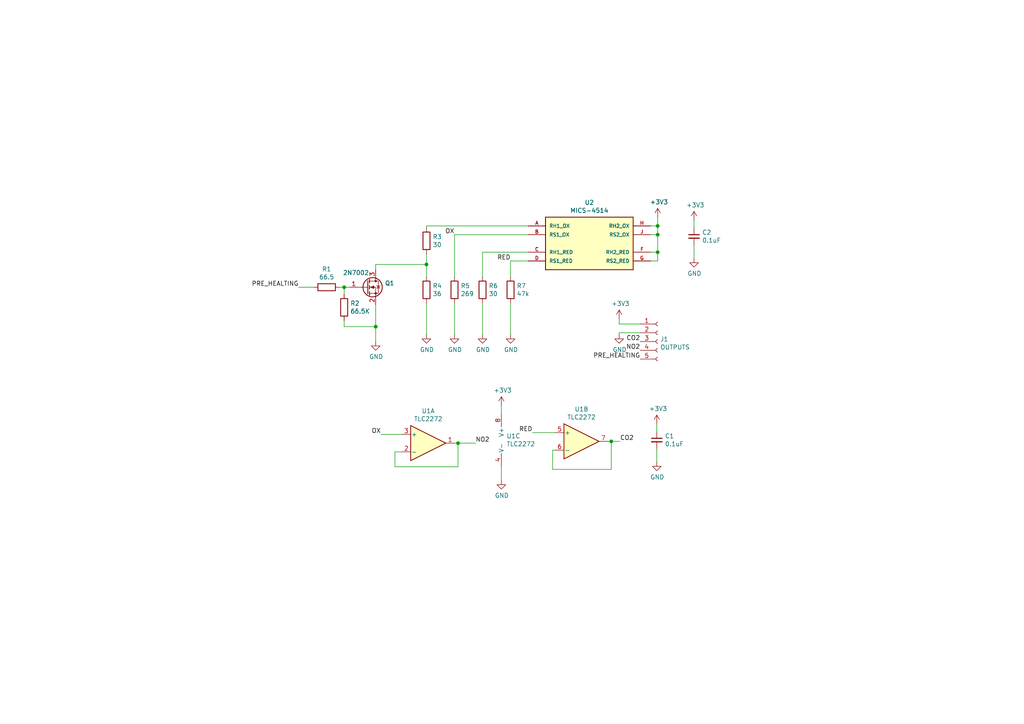
<source format=kicad_sch>
(kicad_sch (version 20230121) (generator eeschema)
  (paper "A4")
  (title_block (title "Breakboard MICS4514") (date "2020-04-24") (rev "v1.0") (company "Electronic Cats") (comment 1 "ROCIO RODRIGUEZ") (comment 2 "Eduardo Contreras"))
  (lib_symbols
    (symbol "Amplifier_Operational:LM2904" (pin_names (offset 0.127))
      (property "Reference" "U" (at 0 5.08 0))
      (property "Value" "LM2904" (at 0 -5.08 0))
      (symbol "LM2904_1_1"
        (polyline (pts (xy -5.08 5.08) (xy 5.08 0) (xy -5.08 -5.08) (xy -5.08 5.08)) (stroke (width 0.254)) (fill (type background)))
        (pin output line (at 7.62 0 180) (length 2.54) (name "~") (number "1"))
        (pin input line (at -7.62 -2.54 0) (length 2.54) (name "-") (number "2"))
        (pin input line (at -7.62 2.54 0) (length 2.54) (name "+") (number "3"))
      )
      (symbol "LM2904_2_1"
        (polyline (pts (xy -5.08 5.08) (xy 5.08 0) (xy -5.08 -5.08) (xy -5.08 5.08)) (stroke (width 0.254)) (fill (type background)))
        (pin input line (at -7.62 2.54 0) (length 2.54) (name "+") (number "5"))
        (pin input line (at -7.62 -2.54 0) (length 2.54) (name "-") (number "6"))
        (pin output line (at 7.62 0 180) (length 2.54) (name "~") (number "7"))
      )
      (symbol "LM2904_3_1"
        (pin power_in line (at -2.54 -7.62 90) (length 3.81) (name "V-") (number "4"))
        (pin power_in line (at -2.54 7.62 270) (length 3.81) (name "V+") (number "8"))
      )
    )
    (symbol "Amplifier_Operational:TLC272" (pin_names (offset 0.127))
      (property "Reference" "U" (at 0 5.08 0))
      (property "Value" "TLC272" (at 0 -5.08 0))
      (symbol "TLC272_1_1"
        (polyline (pts (xy -5.08 5.08) (xy 5.08 0) (xy -5.08 -5.08) (xy -5.08 5.08)) (stroke (width 0.254)) (fill (type background)))
        (pin output line (at 7.62 0 180) (length 2.54) (name "~") (number "1"))
        (pin input line (at -7.62 -2.54 0) (length 2.54) (name "-") (number "2"))
        (pin input line (at -7.62 2.54 0) (length 2.54) (name "+") (number "3"))
      )
      (symbol "TLC272_2_1"
        (polyline (pts (xy -5.08 5.08) (xy 5.08 0) (xy -5.08 -5.08) (xy -5.08 5.08)) (stroke (width 0.254)) (fill (type background)))
        (pin input line (at -7.62 2.54 0) (length 2.54) (name "+") (number "5"))
        (pin input line (at -7.62 -2.54 0) (length 2.54) (name "-") (number "6"))
        (pin output line (at 7.62 0 180) (length 2.54) (name "~") (number "7"))
      )
      (symbol "TLC272_3_1"
        (pin power_in line (at -2.54 -7.62 90) (length 3.81) (name "V-") (number "4"))
        (pin power_in line (at -2.54 7.62 270) (length 3.81) (name "V+") (number "8"))
      )
    )
    (symbol "Device:C_Small" (pin_numbers hide) (pin_names (offset 0.254) hide)
      (property "Reference" "C" (at 0.254 1.778 0))
      (property "Value" "C_Small" (at 0.254 -2.032 0))
      (symbol "C_Small_0_1"
        (polyline (pts (xy -1.524 -0.508) (xy 1.524 -0.508)) (stroke (width 0.3302)))
        (polyline (pts (xy -1.524 0.508) (xy 1.524 0.508)) (stroke (width 0.3048)))
      )
      (symbol "C_Small_1_1"
        (pin passive line (at 0 2.54 270) (length 2.032) (name "~") (number "1"))
        (pin passive line (at 0 -2.54 90) (length 2.032) (name "~") (number "2"))
      )
    )
    (symbol "Device:Q_NMOS_GSD" (pin_names (offset 0) hide)
      (property "Reference" "Q" (at 5.08 1.27 0))
      (property "Value" "Q_NMOS_GSD" (at 5.08 -1.27 0))
      (symbol "Q_NMOS_GSD_0_1"
        (polyline (pts (xy 0.254 0) (xy -2.54 0)))
        (polyline (pts (xy 0.254 1.905) (xy 0.254 -1.905)) (stroke (width 0.254)))
        (polyline (pts (xy 0.762 -1.27) (xy 0.762 -2.286)) (stroke (width 0.254)))
        (polyline (pts (xy 0.762 0.508) (xy 0.762 -0.508)) (stroke (width 0.254)))
        (polyline (pts (xy 0.762 2.286) (xy 0.762 1.27)) (stroke (width 0.254)))
        (polyline (pts (xy 2.54 2.54) (xy 2.54 1.778)))
        (polyline (pts (xy 2.54 -2.54) (xy 2.54 0) (xy 0.762 0)))
        (polyline (pts (xy 0.762 -1.778) (xy 3.302 -1.778) (xy 3.302 1.778) (xy 0.762 1.778)))
        (polyline (pts (xy 1.016 0) (xy 2.032 0.381) (xy 2.032 -0.381) (xy 1.016 0)) (fill (type outline)))
        (polyline (pts (xy 2.794 0.508) (xy 2.921 0.381) (xy 3.683 0.381) (xy 3.81 0.254)))
        (polyline (pts (xy 3.302 0.381) (xy 2.921 -0.254) (xy 3.683 -0.254) (xy 3.302 0.381)))
        (circle (center 1.651 0) (radius 2.794) (stroke (width 0.254)))
        (circle (center 2.54 -1.778) (radius 0.254) (fill (type outline)))
        (circle (center 2.54 1.778) (radius 0.254) (fill (type outline)))
      )
      (symbol "Q_NMOS_GSD_1_1"
        (pin input line (at -5.08 0 0) (length 2.54) (name "G") (number "1"))
        (pin passive line (at 2.54 -5.08 90) (length 2.54) (name "S") (number "2"))
        (pin passive line (at 2.54 5.08 270) (length 2.54) (name "D") (number "3"))
      )
    )
    (symbol "Device:R" (pin_numbers hide) (pin_names (offset 0))
      (property "Reference" "R" (at 2.032 0 90))
      (property "Value" "R" (at 0 0 90))
      (symbol "R_0_1"
        (rectangle (start -1.016 -2.54) (end 1.016 2.54) (stroke (width 0.254)))
      )
      (symbol "R_1_1"
        (pin passive line (at 0 3.81 270) (length 1.27) (name "~") (number "1"))
        (pin passive line (at 0 -3.81 90) (length 1.27) (name "~") (number "2"))
      )
    )
    (symbol "breakboard_MICS4514-rescue:Conn_01x05_Female-Connector" (pin_names (offset 1.016) hide)
      (property "Reference" "J" (at 0 7.62 0))
      (property "Value" "Connector_Conn_01x05_Female" (at 0 -7.62 0))
      (symbol "Conn_01x05_Female-Connector_1_1"
        (arc (start 0 -4.572) (mid -0.5058 -5.08) (end 0 -5.588) (stroke (width 0.1524)))
        (arc (start 0 -2.032) (mid -0.5058 -2.54) (end 0 -3.048) (stroke (width 0.1524)))
        (polyline (pts (xy -1.27 -5.08) (xy -0.508 -5.08)) (stroke (width 0.1524)))
        (polyline (pts (xy -1.27 -2.54) (xy -0.508 -2.54)) (stroke (width 0.1524)))
        (polyline (pts (xy -1.27 0) (xy -0.508 0)) (stroke (width 0.1524)))
        (polyline (pts (xy -1.27 2.54) (xy -0.508 2.54)) (stroke (width 0.1524)))
        (polyline (pts (xy -1.27 5.08) (xy -0.508 5.08)) (stroke (width 0.1524)))
        (arc (start 0 0.508) (mid -0.5058 0) (end 0 -0.508) (stroke (width 0.1524)))
        (arc (start 0 3.048) (mid -0.5058 2.54) (end 0 2.032) (stroke (width 0.1524)))
        (arc (start 0 5.588) (mid -0.5058 5.08) (end 0 4.572) (stroke (width 0.1524)))
        (pin passive line (at -5.08 5.08 0) (length 3.81) (name "Pin_1") (number "1"))
        (pin passive line (at -5.08 2.54 0) (length 3.81) (name "Pin_2") (number "2"))
        (pin passive line (at -5.08 0 0) (length 3.81) (name "Pin_3") (number "3"))
        (pin passive line (at -5.08 -2.54 0) (length 3.81) (name "Pin_4") (number "4"))
        (pin passive line (at -5.08 -5.08 0) (length 3.81) (name "Pin_5") (number "5"))
      )
    )
    (symbol "breakboard_MICS4514-rescue:MICS-4514-electroniccats" (pin_names (offset 1.016))
      (property "Reference" "U" (at -12.7254 8.4074 0))
      (property "Value" "MICS-4514-electroniccats" (at -12.7508 -10.1854 0))
      (symbol "MICS-4514-electroniccats_0_0"
        (polyline (pts (xy -12.7 -7.62) (xy 12.7 -7.62)) (stroke (width 0.254)))
        (polyline (pts (xy -12.7 7.62) (xy -12.7 -7.62)) (stroke (width 0.254)))
        (polyline (pts (xy 12.7 -7.62) (xy 12.7 7.62)) (stroke (width 0.254)))
        (polyline (pts (xy 12.7 7.62) (xy -12.7 7.62)) (stroke (width 0.254)))
        (pin bidirectional line (at -17.78 5.08 0) (length 5.08) (name "RH1_OX") (number "A"))
        (pin bidirectional line (at -17.78 2.54 0) (length 5.08) (name "RS1_OX") (number "B"))
        (pin bidirectional line (at -17.78 -2.54 0) (length 5.08) (name "RH1_RED") (number "C"))
        (pin bidirectional line (at -17.78 -5.08 0) (length 5.08) (name "RS1_RED") (number "D"))
        (pin power_in line (at 17.78 -2.54 180) (length 5.08) (name "RH2_RED") (number "F"))
        (pin power_in line (at 17.78 -5.08 180) (length 5.08) (name "RS2_RED") (number "G"))
        (pin power_in line (at 17.78 5.08 180) (length 5.08) (name "RH2_OX") (number "H"))
        (pin power_in line (at 17.78 2.54 180) (length 5.08) (name "RS2_OX") (number "J"))
      )
      (symbol "MICS-4514-electroniccats_0_1"
        (rectangle (start -12.7 7.62) (end 12.7 -7.62) (fill (type background)))
      )
    )
    (symbol "power:+3V3" (power) (pin_names (offset 0))
      (property "Value" "+3V3" (at 0 3.556 0))
      (symbol "+3V3_0_1"
        (polyline (pts (xy -0.762 1.27) (xy 0 2.54)))
        (polyline (pts (xy 0 0) (xy 0 2.54)))
        (polyline (pts (xy 0 2.54) (xy 0.762 1.27)))
      )
      (symbol "+3V3_1_1"
        (pin power_in line (at 0 0 90) (length 0) hide (name "+3V3") (number "1"))
      )
    )
    (symbol "power:GND" (power) (pin_names (offset 0))
      (property "Value" "GND" (at 0 -3.81 0))
      (symbol "GND_0_1"
        (polyline (pts (xy 0 0) (xy 0 -1.27) (xy 1.27 -1.27) (xy 0 -2.54) (xy -1.27 -1.27) (xy 0 -1.27)))
      )
      (symbol "GND_1_1"
        (pin power_in line (at 0 0 270) (length 0) hide (name "GND") (number "1"))
      )
    )
  )
  (junction (at 108.966 94.742))
  (junction (at 190.754 65.532))
  (junction (at 190.754 68.072))
  (junction (at 190.754 73.152))
  (junction (at 99.822 83.312))
  (junction (at 123.698 76.708))
  (junction (at 132.842 128.524))
  (junction (at 177.292 128.016))
  (wire (pts (xy 123.698 73.66) (xy 123.698 76.708)))
  (wire (pts (xy 201.295 71.12) (xy 201.295 74.93)))
  (wire (pts (xy 190.754 68.072) (xy 190.754 65.532)))
  (wire (pts (xy 201.295 63.881) (xy 201.295 66.04)))
  (wire (pts (xy 123.698 76.708) (xy 123.698 80.264)))
  (wire (pts (xy 108.966 88.392) (xy 108.966 94.742)))
  (wire (pts (xy 108.966 76.708) (xy 123.698 76.708)))
  (wire (pts (xy 148.082 75.692) (xy 148.082 80.264)))
  (wire (pts (xy 160.274 130.556) (xy 160.274 136.144)))
  (wire (pts (xy 161.036 130.556) (xy 160.274 130.556)))
  (wire (pts (xy 108.966 94.742) (xy 108.966 99.06)))
  (wire (pts (xy 99.822 83.312) (xy 98.552 83.312)))
  (wire (pts (xy 131.826 128.524) (xy 132.842 128.524)))
  (wire (pts (xy 153.162 73.152) (xy 139.954 73.152)))
  (wire (pts (xy 177.292 128.016) (xy 179.832 128.016)))
  (wire (pts (xy 116.586 125.984) (xy 110.49 125.984)))
  (wire (pts (xy 99.822 94.742) (xy 108.966 94.742)))
  (wire (pts (xy 139.954 73.152) (xy 139.954 80.264)))
  (wire (pts (xy 148.082 87.884) (xy 148.082 97.028)))
  (wire (pts (xy 108.966 78.232) (xy 108.966 76.708)))
  (wire (pts (xy 190.754 75.692) (xy 190.754 73.152)))
  (wire (pts (xy 185.674 96.52) (xy 179.578 96.52)))
  (wire (pts (xy 179.578 93.98) (xy 185.674 93.98)))
  (wire (pts (xy 99.822 92.964) (xy 99.822 94.742)))
  (wire (pts (xy 114.554 131.064) (xy 114.554 135.382)))
  (wire (pts (xy 153.162 68.072) (xy 131.826 68.072)))
  (wire (pts (xy 145.415 139.319) (xy 145.415 135.255)))
  (wire (pts (xy 188.722 65.532) (xy 190.754 65.532)))
  (wire (pts (xy 190.5 130.175) (xy 190.5 133.985)))
  (wire (pts (xy 132.842 128.524) (xy 137.922 128.524)))
  (wire (pts (xy 179.578 92.456) (xy 179.578 93.98)))
  (wire (pts (xy 116.586 131.064) (xy 114.554 131.064)))
  (wire (pts (xy 188.722 73.152) (xy 190.754 73.152)))
  (wire (pts (xy 99.822 85.344) (xy 99.822 83.312)))
  (wire (pts (xy 90.932 83.312) (xy 86.614 83.312)))
  (wire (pts (xy 139.954 87.884) (xy 139.954 97.028)))
  (wire (pts (xy 123.698 66.04) (xy 123.698 65.532)))
  (wire (pts (xy 153.162 75.692) (xy 148.082 75.692)))
  (wire (pts (xy 177.292 136.144) (xy 177.292 128.016)))
  (wire (pts (xy 161.036 125.476) (xy 154.432 125.476)))
  (wire (pts (xy 179.578 96.52) (xy 179.578 97.028)))
  (wire (pts (xy 188.722 75.692) (xy 190.754 75.692)))
  (wire (pts (xy 131.826 97.028) (xy 131.826 87.884)))
  (wire (pts (xy 160.274 136.144) (xy 177.292 136.144)))
  (wire (pts (xy 132.842 135.382) (xy 132.842 128.524)))
  (wire (pts (xy 153.162 65.532) (xy 123.698 65.532)))
  (wire (pts (xy 176.276 128.016) (xy 177.292 128.016)))
  (wire (pts (xy 123.698 97.028) (xy 123.698 87.884)))
  (wire (pts (xy 131.826 68.072) (xy 131.826 80.264)))
  (wire (pts (xy 145.415 117.602) (xy 145.415 120.015)))
  (wire (pts (xy 190.754 73.152) (xy 190.754 68.072)))
  (wire (pts (xy 190.754 65.532) (xy 190.754 62.992)))
  (wire (pts (xy 114.554 135.382) (xy 132.842 135.382)))
  (wire (pts (xy 190.5 122.936) (xy 190.5 125.095)))
  (wire (pts (xy 101.346 83.312) (xy 99.822 83.312)))
  (wire (pts (xy 188.722 68.072) (xy 190.754 68.072)))
  (label "OX" (at 110.49 125.984 180))
  (label "NO2" (at 185.674 101.6 180))
  (label "OX" (at 131.826 68.072 180))
  (label "RED" (at 154.432 125.476 180))
  (label "PRE_HEALTING" (at 86.614 83.312 180))
  (label "CO2" (at 185.674 99.06 180))
  (label "PRE_HEALTING" (at 185.674 104.14 180))
  (label "NO2" (at 137.922 128.524 0))
  (label "RED" (at 148.082 75.692 180))
  (label "CO2" (at 179.832 128.016 0))
  (symbol (lib_id "breakboard_MICS4514-rescue:MICS-4514-electroniccats") (at 170.942 70.612 0) (unit 1)
    (property "Reference" "U2" (at 170.942 58.7502 0))
    (property "Value" "MICS-4514" (at 170.942 61.0616 0))
    (property "Footprint" "MICS-4514:MICS_10-SMD" (effects hide))
    (property "Datasheet" "https://www.mouser.mx/datasheet/2/18/0278_Datasheet-MiCS-4514-rev-16-1144833.pdf" (effects hide))
    (property "manf#" "MICS-4514" (effects hide))
  )
  (symbol (lib_id "Device:Q_NMOS_GSD") (at 106.426 83.312 0) (unit 1)
    (property "Reference" "Q1" (at 111.633 82.1436 0) (effects (justify left)))
    (property "Value" "2N7002" (at 99.441 79.121 0) (effects (justify left)))
    (property "Footprint" "Package_TO_SOT_SMD:SOT-23" (effects hide))
    (property "Datasheet" "https://www.mouser.mx/datasheet/2/408/T2N7002AK_datasheet_en_20150401-708738.pdf" (effects hide))
    (property "manf#" "T2N7002AK,LM" (effects hide))
  )
  (symbol (lib_id "Device:R") (at 139.954 84.074 0) (unit 1)
    (property "Reference" "R6" (at 141.732 82.9056 0) (effects (justify left)))
    (property "Value" "30" (at 141.732 85.217 0) (effects (justify left)))
    (property "Footprint" "Resistor_SMD:R_0805_2012Metric_Pad1.15x1.40mm_HandSolder" (effects hide))
    (property "Datasheet" "https://www.mouser.mx/datasheet/2/427/crcwce3-1223726.pdf" (effects hide))
    (property "manf#" "CRCW080530R0FKEAC" (effects hide))
  )
  (symbol (lib_id "Amplifier_Operational:TLC272") (at 124.206 128.524 0) (unit 1)
    (property "Reference" "U1" (at 124.206 119.2022 0))
    (property "Value" "TLC2272" (at 124.206 121.5136 0))
    (property "Footprint" "Package_SO:SOIC-8_3.9x4.9mm_P1.27mm" (effects hide))
    (property "Datasheet" "http://www.ti.com/lit/ds/symlink/tlc2272.pdf" (effects hide))
    (property "manf#" "TLC2272CD" (effects hide))
  )
  (symbol (lib_id "Amplifier_Operational:TLC272") (at 168.656 128.016 0) (unit 2)
    (property "Reference" "U1" (at 168.656 118.6942 0))
    (property "Value" "TLC2272" (at 168.656 121.0056 0))
    (property "Footprint" "Package_SO:SOIC-8_3.9x4.9mm_P1.27mm" (effects hide))
    (property "Datasheet" "http://www.ti.com/lit/ds/symlink/tlc2272.pdf" (effects hide))
    (property "manf#" "TLC2272CD" (effects hide))
  )
  (symbol (lib_id "Device:R") (at 123.698 69.85 0) (unit 1)
    (property "Reference" "R3" (at 125.476 68.6816 0) (effects (justify left)))
    (property "Value" "30" (at 125.476 70.993 0) (effects (justify left)))
    (property "Footprint" "Resistor_SMD:R_0805_2012Metric_Pad1.15x1.40mm_HandSolder" (effects hide))
    (property "Datasheet" "https://www.mouser.mx/datasheet/2/427/crcwce3-1223726.pdf" (effects hide))
    (property "manf#" "CRCW080530R0FKEAC" (effects hide))
  )
  (symbol (lib_id "Device:R") (at 123.698 84.074 0) (unit 1)
    (property "Reference" "R4" (at 125.476 82.9056 0) (effects (justify left)))
    (property "Value" "36" (at 125.476 85.217 0) (effects (justify left)))
    (property "Footprint" "Resistor_SMD:R_0805_2012Metric_Pad1.15x1.40mm_HandSolder" (effects hide))
    (property "Datasheet" "https://www.mouser.mx/datasheet/2/315/AOA0000C304-1149620.pdf" (effects hide))
    (property "manf#" "ERJ-6ENF36R0V" (effects hide))
  )
  (symbol (lib_id "Device:R") (at 99.822 89.154 0) (unit 1)
    (property "Reference" "R2" (at 101.6 87.9856 0) (effects (justify left)))
    (property "Value" "66.5K" (at 101.6 90.297 0) (effects (justify left)))
    (property "Footprint" "Resistor_SMD:R_0805_2012Metric_Pad1.15x1.40mm_HandSolder" (effects hide))
    (property "Datasheet" "https://www.mouser.mx/datasheet/2/315/AOA0000C304-1149620.pdf" (effects hide))
    (property "manf#" "ERJ-6ENF6652V" (effects hide))
  )
  (symbol (lib_id "Device:R") (at 94.742 83.312 270) (unit 1)
    (property "Reference" "R1" (at 94.742 78.0542 90))
    (property "Value" "66.5" (at 94.742 80.3656 90))
    (property "Footprint" "Resistor_SMD:R_0805_2012Metric_Pad1.15x1.40mm_HandSolder" (effects hide))
    (property "Datasheet" "https://www.mouser.mx/datasheet/2/427/dcrcwe3-109170.pdf" (effects hide))
    (property "manf#" "CRCW080566R5FKEA" (effects hide))
  )
  (symbol (lib_id "Device:R") (at 131.826 84.074 0) (unit 1)
    (property "Reference" "R5" (at 133.604 82.9056 0) (effects (justify left)))
    (property "Value" "269" (at 133.604 85.217 0) (effects (justify left)))
    (property "Footprint" "Resistor_SMD:R_0805_2012Metric_Pad1.15x1.40mm_HandSolder" (effects hide))
    (property "Datasheet" "https://www.mouser.mx/datasheet/2/348/esr-e-1139161.pdf" (effects hide))
    (property "manf#" "ESR10EZPJ271" (effects hide))
  )
  (symbol (lib_id "Device:R") (at 148.082 84.074 0) (unit 1)
    (property "Reference" "R7" (at 149.86 82.9056 0) (effects (justify left)))
    (property "Value" "47k" (at 149.86 85.217 0) (effects (justify left)))
    (property "Footprint" "Resistor_SMD:R_0805_2012Metric_Pad1.15x1.40mm_HandSolder" (effects hide))
    (property "Datasheet" "https://www.mouser.mx/datasheet/2/447/PYu-RC_Group_51_RoHS_L_10-1527934.pdf" (effects hide))
    (property "manf#" "RC0805FR-071R" (effects hide))
  )
  (symbol (lib_id "power:+3V3") (at 190.754 62.992 0) (unit 1)
    (property "Reference" "#PWR06" (effects hide))
    (property "Value" "+3V3" (at 191.135 58.5978 0))
  )
  (symbol (lib_id "power:GND") (at 131.826 97.028 0) (unit 1)
    (property "Reference" "#PWR03" (effects hide))
    (property "Value" "GND" (at 131.953 101.4222 0))
  )
  (symbol (lib_id "power:GND") (at 148.082 97.028 0) (unit 1)
    (property "Reference" "#PWR05" (effects hide))
    (property "Value" "GND" (at 148.209 101.4222 0))
  )
  (symbol (lib_id "power:GND") (at 139.954 97.028 0) (unit 1)
    (property "Reference" "#PWR04" (effects hide))
    (property "Value" "GND" (at 140.081 101.4222 0))
  )
  (symbol (lib_id "power:GND") (at 123.698 97.028 0) (unit 1)
    (property "Reference" "#PWR02" (effects hide))
    (property "Value" "GND" (at 123.825 101.4222 0))
  )
  (symbol (lib_id "power:GND") (at 108.966 99.06 0) (unit 1)
    (property "Reference" "#PWR01" (effects hide))
    (property "Value" "GND" (at 109.093 103.4542 0))
  )
  (symbol (lib_id "power:+3V3") (at 179.578 92.456 0) (unit 1)
    (property "Reference" "#PWR08" (effects hide))
    (property "Value" "+3V3" (at 179.959 88.0618 0))
  )
  (symbol (lib_id "power:GND") (at 179.578 97.028 0) (unit 1)
    (property "Reference" "#PWR07" (effects hide))
    (property "Value" "GND" (at 179.705 101.4222 0))
  )
  (symbol (lib_id "breakboard_MICS4514-rescue:Conn_01x05_Female-Connector") (at 190.754 99.06 0) (unit 1)
    (property "Reference" "J1" (at 191.4652 98.3996 0) (effects (justify left)))
    (property "Value" "OUTPUTS" (at 191.4652 100.711 0) (effects (justify left)))
    (property "Footprint" "Connector_PinHeader_2.54mm:PinHeader_1x05_P2.54mm_Vertical" (effects hide))
  )
  (symbol (lib_id "Device:C_Small") (at 201.295 68.58 0) (unit 1)
    (property "Reference" "C2" (at 203.6318 67.4116 0) (effects (justify left)))
    (property "Value" "0.1uF" (at 203.6318 69.723 0) (effects (justify left)))
    (property "Footprint" "Capacitor_SMD:C_0805_2012Metric_Pad1.15x1.40mm_HandSolder" (effects hide))
  )
  (symbol (lib_id "power:+3V3") (at 201.295 63.881 0) (unit 1)
    (property "Reference" "#PWR013" (effects hide))
    (property "Value" "+3V3" (at 201.676 59.4868 0))
  )
  (symbol (lib_id "power:GND") (at 201.295 74.93 0) (unit 1)
    (property "Reference" "#PWR014" (effects hide))
    (property "Value" "GND" (at 201.422 79.3242 0))
  )
  (symbol (lib_id "Amplifier_Operational:LM2904") (at 147.955 127.635 0) (unit 3)
    (property "Reference" "U1" (at 146.8882 126.4666 0) (effects (justify left)))
    (property "Value" "TLC2272" (at 146.8882 128.778 0) (effects (justify left)))
    (property "Footprint" "Package_SO:SOIC-8_3.9x4.9mm_P1.27mm" (effects hide))
    (property "Datasheet" "http://www.ti.com/lit/ds/symlink/tlc2272.pdf" (effects hide))
  )
  (symbol (lib_id "power:+3V3") (at 145.415 117.602 0) (unit 1)
    (property "Reference" "#PWR09" (effects hide))
    (property "Value" "+3V3" (at 145.796 113.2078 0))
  )
  (symbol (lib_id "power:GND") (at 145.415 139.319 0) (unit 1)
    (property "Reference" "#PWR012" (effects hide))
    (property "Value" "GND" (at 145.542 143.7132 0))
  )
  (symbol (lib_id "Device:C_Small") (at 190.5 127.635 0) (unit 1)
    (property "Reference" "C1" (at 192.8368 126.4666 0) (effects (justify left)))
    (property "Value" "0.1uF" (at 192.8368 128.778 0) (effects (justify left)))
    (property "Footprint" "Capacitor_SMD:C_0805_2012Metric_Pad1.15x1.40mm_HandSolder" (effects hide))
  )
  (symbol (lib_id "power:+3V3") (at 190.5 122.936 0) (unit 1)
    (property "Reference" "#PWR010" (effects hide))
    (property "Value" "+3V3" (at 190.881 118.5418 0))
  )
  (symbol (lib_id "power:GND") (at 190.5 133.985 0) (unit 1)
    (property "Reference" "#PWR011" (effects hide))
    (property "Value" "GND" (at 190.627 138.3792 0))
  )
)
</source>
